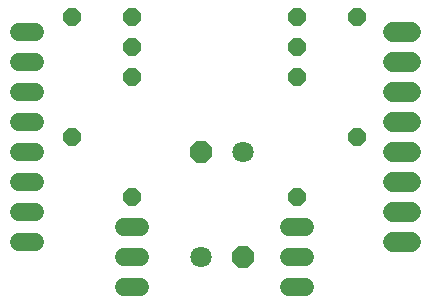
<source format=gbr>
G04 EAGLE Gerber X2 export*
G04 #@! %TF.Part,Single*
G04 #@! %TF.FileFunction,Soldermask,Top,1*
G04 #@! %TF.FilePolarity,Negative*
G04 #@! %TF.GenerationSoftware,Autodesk,EAGLE,9.0.0*
G04 #@! %TF.CreationDate,2019-08-08T19:03:24Z*
G75*
%MOMM*%
%FSLAX34Y34*%
%LPD*%
%AMOC8*
5,1,8,0,0,1.08239X$1,22.5*%
G01*
%ADD10P,1.649562X8X112.500000*%
%ADD11P,1.649562X8X292.500000*%
%ADD12P,1.951982X8X202.500000*%
%ADD13C,1.803400*%
%ADD14P,1.951982X8X22.500000*%
%ADD15C,1.524000*%
%ADD16C,1.727200*%


D10*
X127000Y139700D03*
X127000Y241300D03*
X368300Y139700D03*
X368300Y241300D03*
X177800Y88900D03*
X177800Y190500D03*
X317500Y88900D03*
X317500Y190500D03*
D11*
X177800Y241300D03*
X177800Y215900D03*
X317500Y241300D03*
X317500Y215900D03*
D12*
X236220Y127000D03*
D13*
X271780Y127000D03*
D14*
X271780Y38100D03*
D13*
X236220Y38100D03*
D15*
X184404Y63500D02*
X171196Y63500D01*
X171196Y12700D02*
X184404Y12700D01*
X184404Y38100D02*
X171196Y38100D01*
X310896Y63500D02*
X324104Y63500D01*
X324104Y12700D02*
X310896Y12700D01*
X310896Y38100D02*
X324104Y38100D01*
X95504Y228600D02*
X82296Y228600D01*
X82296Y203200D02*
X95504Y203200D01*
X95504Y177800D02*
X82296Y177800D01*
X82296Y152400D02*
X95504Y152400D01*
X95504Y127000D02*
X82296Y127000D01*
X82296Y101600D02*
X95504Y101600D01*
X95504Y76200D02*
X82296Y76200D01*
X82296Y50800D02*
X95504Y50800D01*
D16*
X398780Y50800D02*
X414020Y50800D01*
X414020Y76200D02*
X398780Y76200D01*
X398780Y101600D02*
X414020Y101600D01*
X414020Y127000D02*
X398780Y127000D01*
X398780Y152400D02*
X414020Y152400D01*
X414020Y177800D02*
X398780Y177800D01*
X398780Y203200D02*
X414020Y203200D01*
X414020Y228600D02*
X398780Y228600D01*
M02*

</source>
